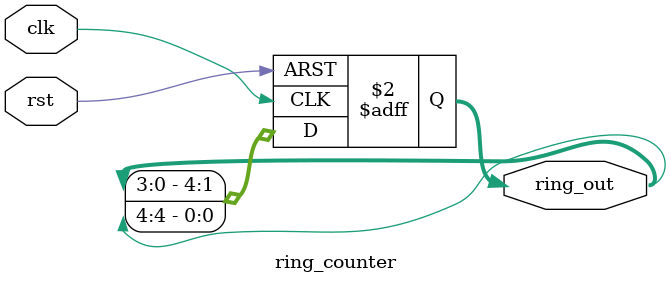
<source format=v>
module ring_counter(
input clk,
input rst,
output reg [4:0] ring_out);
always @(posedge clk or posedge rst) 
begin
if (rst) 
begin
ring_out <= 5'b00101;
end
else 
begin
ring_out <= {ring_out[3:0], ring_out[4]};
end
end
endmodule

</source>
